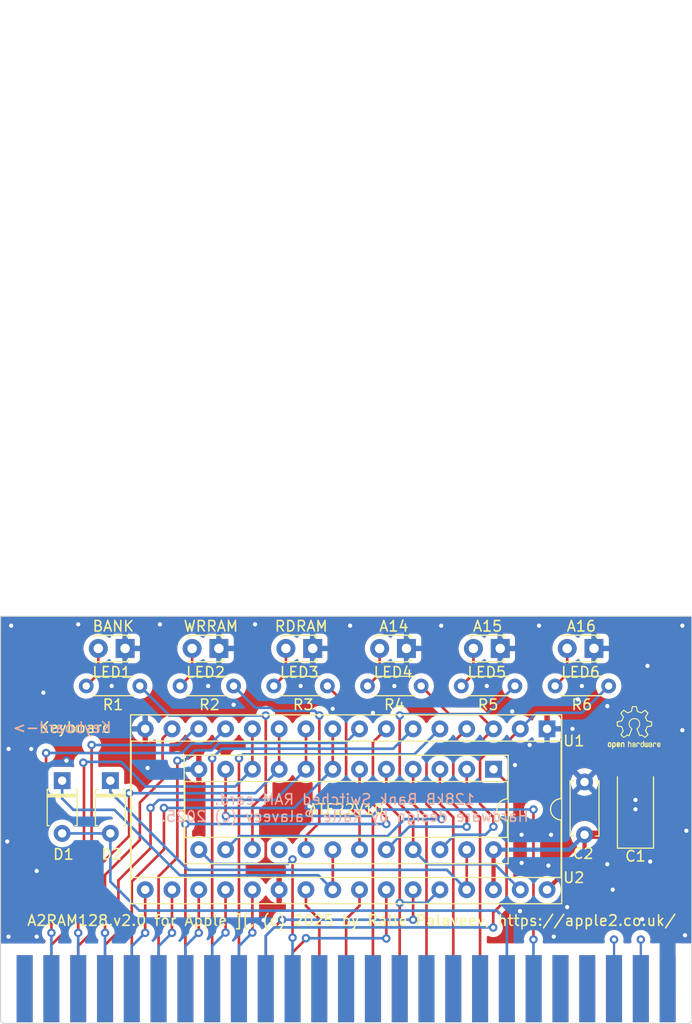
<source format=kicad_pcb>
(kicad_pcb (version 20240108) (generator "pcbnew") (generator_version "8.0")
  (title_block (title "A2RAM128.v2.0"))
  (layers (0 "F.Cu" signal) (31 "B.Cu" signal) (34 "B.Paste" user) (35 "F.Paste" user) (36 "B.SilkS" user "B.Silkscreen") (37 "F.SilkS" user "F.Silkscreen") (38 "B.Mask" user) (39 "F.Mask" user) (44 "Edge.Cuts" user))
  (net 0 "")
  (net 1 "GND")
  (net 2 "5V")
  (net 3 "PHI0")
  (net 4 "RW")
  (net 5 "Reset")
  (net 6 "IOStr")
  (net 7 "IOSel")
  (net 8 "DevSel")
  (net 9 "IRQ")
  (net 10 "A10")
  (net 11 "A11")
  (net 12 "D0")
  (net 13 "A0")
  (net 14 "D1")
  (net 15 "D2")
  (net 16 "D3")
  (net 17 "A1")
  (net 18 "A2")
  (net 19 "A3")
  (net 20 "D4")
  (net 21 "A4")
  (net 22 "D7")
  (net 23 "A7")
  (net 24 "A8")
  (net 25 "A9")
  (net 26 "A6")
  (net 27 "A5")
  (net 28 "D5")
  (net 29 "D6")
  (net 30 "PHI1")
  (net 31 "INH")
  (net 32 "A12")
  (net 33 "A13")
  (net 34 "A14")
  (net 35 "A15")
  (net 36 "WE")
  (net 37 "OE")
  (net 38 "RA15")
  (net 39 "RA12")
  (net 40 "RA14")
  (net 41 "RA16")
  (net 42 "BANK")
  (net 43 "WRRAM")
  (net 44 "RDRAM")
  (net 45 "PWRIT")
  (footprint "" (layer "F.Cu") (at 135.89 128.755403)
    (property "Reference" "")
    (property "Value" "")
  )
  (footprint "LED_THT:LED_D1.8mm_W3.3mm_H2.4mm" (layer "F.Cu") (at 139.07 96.52 180)
    (property "Reference" "LED4")
    (property "Value" "LED_D1.8mm_W3.3mm_H2.4mm" (hide yes))
  )
  (footprint "" (layer "F.Cu") (at 133.35 128.755403)
    (property "Reference" "")
    (property "Value" "")
  )
  (footprint "" (layer "F.Cu") (at 156.21 128.755403)
    (property "Reference" "")
    (property "Value" "")
  )
  (footprint "" (layer "F.Cu") (at 153.67 128.755403)
    (property "Reference" "")
    (property "Value" "")
  )
  (footprint "Resistor_THT:R_Axial_DIN0204_L3.6mm_D1.6mm_P5.08mm_Horizontal" (layer "F.Cu") (at 144.272 100.076)
    (property "Reference" "R5")
    (property "Value" "1k" (hide yes))
  )
  (footprint "" (layer "F.Cu") (at 135.89 128.755403)
    (property "Reference" "")
    (property "Value" "")
  )
  (footprint "" (layer "F.Cu") (at 161.29 128.755403)
    (property "Reference" "")
    (property "Value" "")
  )
  (footprint "" (layer "F.Cu") (at 148.59 128.755403)
    (property "Reference" "")
    (property "Value" "")
  )
  (footprint "" (layer "F.Cu") (at 113.03 128.755403)
    (property "Reference" "")
    (property "Value" "")
  )
  (footprint "" (layer "F.Cu") (at 156.21 128.755403)
    (property "Reference" "")
    (property "Value" "")
  )
  (footprint "" (layer "F.Cu") (at 102.87 128.755403)
    (property "Reference" "")
    (property "Value" "")
  )
  (footprint "" (layer "F.Cu") (at 105.41 128.755403)
    (property "Reference" "")
    (property "Value" "")
  )
  (footprint "" (layer "F.Cu") (at 128.27 128.755403)
    (property "Reference" "")
    (property "Value" "")
  )
  (footprint "" (layer "F.Cu") (at 140.97 128.755403)
    (property "Reference" "")
    (property "Value" "")
  )
  (footprint "Resistor_THT:R_Axial_DIN0204_L3.6mm_D1.6mm_P5.08mm_Horizontal" (layer "F.Cu") (at 108.712 100.076)
    (property "Reference" "R1")
    (property "Value" "1k" (hide yes))
  )
  (footprint "" (layer "F.Cu") (at 138.43 128.755403)
    (property "Reference" "")
    (property "Value" "")
  )
  (footprint "" (layer "F.Cu") (at 113.03 128.755403)
    (property "Reference" "")
    (property "Value" "")
  )
  (footprint "Diode_THT:D_T-1_P5.08mm_Horizontal" (layer "F.Cu") (at 110.998 109.0422 -90)
    (property "Reference" "D2")
    (property "Value" "D_T-1_P5.08mm_Horizontal" (hide yes))
  )
  (footprint "" (layer "F.Cu") (at 125.73 128.755403)
    (property "Reference" "")
    (property "Value" "")
  )
  (footprint "" (layer "F.Cu") (at 151.13 128.755403)
    (property "Reference" "")
    (property "Value" "")
  )
  (footprint "Diode_THT:D_T-1_P5.08mm_Horizontal" (layer "F.Cu") (at 106.426 109.046 -90)
    (property "Reference" "D1")
    (property "Value" "D_T-1_P5.08mm_Horizontal" (hide yes))
  )
  (footprint "" (layer "F.Cu") (at 130.81 128.755403)
    (property "Reference" "")
    (property "Value" "")
  )
  (footprint "LED_THT:LED_D1.8mm_W3.3mm_H2.4mm" (layer "F.Cu") (at 147.96 96.52 180)
    (property "Reference" "LED5")
    (property "Value" "LED_D1.8mm_W3.3mm_H2.4mm" (hide yes))
  )
  (footprint "" (layer "F.Cu") (at 125.73 128.755403)
    (property "Reference" "")
    (property "Value" "")
  )
  (footprint "" (layer "F.Cu") (at 143.51 128.755403)
    (property "Reference" "")
    (property "Value" "")
  )
  (footprint "" (layer "F.Cu") (at 107.95 128.755403)
    (property "Reference" "")
    (property "Value" "")
  )
  (footprint "" (layer "F.Cu") (at 115.57 128.755403)
    (property "Reference" "")
    (property "Value" "")
  )
  (footprint "Package_DIP:DIP-24_W7.62mm_Socket" (layer "F.Cu") (at 147.325 107.965 -90)
    (property "Reference" "U2")
    (property "Value" "DIP-24_W7.62mm_Socket" (hide yes))
  )
  (footprint "" (layer "F.Cu") (at 146.05 128.755403)
    (property "Reference" "")
    (property "Value" "")
  )
  (footprint "" (layer "F.Cu") (at 163.83 128.755403)
    (property "Reference" "")
    (property "Value" "")
  )
  (footprint "" (layer "F.Cu") (at 123.19 128.755403)
    (property "Reference" "")
    (property "Value" "")
  )
  (footprint "LED_THT:LED_D1.8mm_W3.3mm_H2.4mm" (layer "F.Cu") (at 130.18 96.52 180)
    (property "Reference" "LED3")
    (property "Value" "LED_D1.8mm_W3.3mm_H2.4mm" (hide yes))
  )
  (footprint "" (layer "F.Cu") (at 148.59 128.755403)
    (property "Reference" "")
    (property "Value" "")
  )
  (footprint "" (layer "F.Cu") (at 128.27 128.755403)
    (property "Reference" "")
    (property "Value" "")
  )
  (footprint "" (layer "F.Cu") (at 153.67 128.755403)
    (property "Reference" "")
    (property "Value" "")
  )
  (footprint "Capacitor_Tantalum_SMD:CP_EIA-6032-15_Kemet-U" (layer "F.Cu") (at 160.782 111.6825 90)
    (property "Reference" "C1")
    (property "Value" "220uF")
  )
  (footprint "Resistor_THT:R_Axial_DIN0204_L3.6mm_D1.6mm_P5.08mm_Horizontal" (layer "F.Cu") (at 126.492 100.076)
    (property "Reference" "R3")
    (property "Value" "1k" (hide yes))
  )
  (footprint "Resistor_THT:R_Axial_DIN0204_L3.6mm_D1.6mm_P5.08mm_Horizontal" (layer "F.Cu") (at 117.602 100.076)
    (property "Reference" "R2")
    (property "Value" "1k" (hide yes))
  )
  (footprint "" (layer "F.Cu") (at 110.49 128.755403)
    (property "Reference" "")
    (property "Value" "")
  )
  (footprint "" (layer "F.Cu") (at 140.97 128.755403)
    (property "Reference" "")
    (property "Value" "")
  )
  (footprint "LED_THT:LED_D1.8mm_W3.3mm_H2.4mm" (layer "F.Cu") (at 112.395 96.52 180)
    (property "Reference" "LED1")
    (property "Value" "LED_D1.8mm_W3.3mm_H2.4mm" (hide yes))
  )
  (footprint "" (layer "F.Cu") (at 130.81 128.755403)
    (property "Reference" "")
    (property "Value" "")
  )
  (footprint "" (layer "F.Cu") (at 102.87 128.755403)
    (property "Reference" "")
    (property "Value" "")
  )
  (footprint "" (layer "F.Cu") (at 105.41 128.755403)
    (property "Reference" "")
    (property "Value" "")
  )
  (footprint "" (layer "F.Cu") (at 146.05 128.755403)
    (property "Reference" "")
    (property "Value" "")
  )
  (footprint "" (layer "F.Cu") (at 138.43 128.755403)
    (property "Reference" "")
    (property "Value" "")
  )
  (footprint "" (layer "F.Cu") (at 118.11 128.755403)
    (property "Reference" "")
    (property "Value" "")
  )
  (footprint "" (layer "F.Cu") (at 115.57 128.755403)
    (property "Reference" "")
    (property "Value" "")
  )
  (footprint "Resistor_THT:R_Axial_DIN0204_L3.6mm_D1.6mm_P5.08mm_Horizontal" (layer "F.Cu") (at 135.382 100.076)
    (property "Reference" "R4")
    (property "Value" "1k" (hide yes))
  )
  (footprint "Capacitor_THT:C_Disc_D5.0mm_W2.5mm_P5.00mm" (layer "F.Cu") (at 155.956 114.173 90)
    (property "Reference" "C2")
    (property "Value" "100n")
  )
  (footprint "" (layer "F.Cu") (at 158.75 128.755403)
    (property "Reference" "")
    (property "Value" "")
  )
  (footprint "" (layer "F.Cu") (at 110.49 128.755403)
    (property "Reference" "")
    (property "Value" "")
  )
  (footprint "OH:OH" (layer "F.Cu") (at 160.655 104.013)
    (property "Reference" "G***" (hide yes))
    (property "Value" "LOGO" (hide yes))
  )
  (footprint "" (layer "F.Cu") (at 161.29 128.755403)
    (property "Reference" "")
    (property "Value" "")
  )
  (footprint "" (layer "F.Cu") (at 120.65 128.755403)
    (property "Reference" "")
    (property "Value" "")
  )
  (footprint "" (layer "F.Cu") (at 123.19 128.755403)
    (property "Reference" "")
    (property "Value" "")
  )
  (footprint "" (layer "F.Cu") (at 151.13 128.755403)
    (property "Reference" "")
    (property "Value" "")
  )
  (footprint "" (layer "F.Cu") (at 107.95 128.755403)
    (property "Reference" "")
    (property "Value" "")
  )
  (footprint "" (layer "F.Cu") (at 143.51 128.755403)
    (property "Reference" "")
    (property "Value" "")
  )
  (footprint "LED_THT:LED_D1.8mm_W3.3mm_H2.4mm" (layer "F.Cu") (at 121.29 96.52 180)
    (property "Reference" "LED2")
    (property "Value" "LED_D1.8mm_W3.3mm_H2.4mm" (hide yes))
  )
  (footprint "" (layer "F.Cu") (at 133.35 128.755403)
    (property "Reference" "")
    (property "Value" "")
  )
  (footprint "" (layer "F.Cu") (at 158.75 128.755403)
    (property "Reference" "")
    (property "Value" "")
  )
  (footprint "Package_DIP:DIP-32_W15.24mm_Socket" (layer "F.Cu") (at 152.4 104.14 -90)
    (property "Reference" "U1")
    (property "Value" "DIP-32_W15.24mm_Socket" (hide yes))
  )
  (footprint "Resistor_THT:R_Axial_DIN0204_L3.6mm_D1.6mm_P5.08mm_Horizontal" (layer "F.Cu") (at 153.162 100.076)
    (property "Reference" "R6")
    (property "Value" "1k" (hide yes))
  )
  (footprint "" (layer "F.Cu") (at 118.11 128.755403)
    (property "Reference" "")
    (property "Value" "")
  )
  (footprint "" (layer "F.Cu") (at 163.83 128.755403)
    (property "Reference" "")
    (property "Value" "")
  )
  (footprint "" (layer "F.Cu") (at 120.65 128.755403)
    (property "Reference" "")
    (property "Value" "")
  )
  (footprint "LED_THT:LED_D1.8mm_W3.3mm_H2.4mm" (layer "F.Cu") (at 156.85 96.52 180)
    (property "Reference" "LED6")
    (property "Value" "LED_D1.8mm_W3.3mm_H2.4mm" (hide yes))
  )
  (gr_line (start 166.116 131.797796) (end 166.116 124.655196) (stroke (width 0.1)) (layer "Edge.Cuts"))
  (gr_line (start 100.584 131.797796) (end 100.838 132.046596) (stroke (width 0.1)) (layer "Edge.Cuts"))
  (gr_line (start 100.584 124.680596) (end 100.584 93.472) (stroke (width 0.1)) (layer "Edge.Cuts"))
  (gr_line (start 165.862 132.057403) (end 166.116 131.797796) (stroke (width 0.1)) (layer "Edge.Cuts"))
  (gr_line (start 100.838 132.046596) (end 165.862 132.057403) (stroke (width 0.1)) (layer "Edge.Cuts"))
  (gr_line (start 138.516 35.096) (end 138.516 35.096) (stroke (width 0.05)) (layer "Edge.Cuts"))
  (gr_line (start 166.116 93.472) (end 100.584 93.472) (stroke (width 0.1)) (layer "Edge.Cuts"))
  (gr_line (start 100.584 131.797796) (end 100.584 124.680596) (stroke (width 0.1)) (layer "Edge.Cuts"))
  (gr_line (start 166.116 124.655196) (end 166.116 93.472) (stroke (width 0.1)) (layer "Edge.Cuts"))
  (gr_text "Keyboard->" (at 106.426 104.013 0) (layer "B.SilkS") (effects (font (size 1 1)) (justify mirror)))
  (gr_text "128kB Bank Switched RAM card.\nHardware design by Ralle Palaveev (c) 2025.\n" (at 133.223 111.633 0) (layer "B.SilkS") (effects (font (size 1 1)) (justify mirror)))
  (gr_text "A16" (at 154.178 94.996 0) (layer "F.SilkS") (effects (font (size 1 1)) (justify left bottom)))
  (gr_text "WRRAM" (at 117.856 94.996 0) (layer "F.SilkS") (effects (font (size 1 1)) (justify left bottom)))
  (gr_text "" (at 140.97 128.755403 0) (layer "F.SilkS") (effects (font (size 1.27 1.27))))
  (gr_text "RDRAM" (at 126.492 94.996 0) (layer "F.SilkS") (effects (font (size 1 1)) (justify left bottom)))
  (gr_text "" (at 140.97 128.755403 0) (layer "F.SilkS") (effects (font (size 1.27 1.27))))
  (gr_text "A2RAM128.v2.0 for Apple ][, (c) 2025 by Ralle Palaveev, https://apple2.co.uk/" (at 133.858 122.301 0) (layer "F.SilkS") (effects (font (size 1 1))))
  (gr_text "BANK" (at 109.22 94.996 0) (layer "F.SilkS") (effects (font (size 1 1)) (justify left bottom)))
  (gr_text "A15" (at 145.288 94.996 0) (layer "F.SilkS") (effects (font (size 1 1)) (justify left bottom)))
  (gr_text "A14" (at 136.398 94.996 0) (layer "F.SilkS") (effects (font (size 1 1)) (justify left bottom)))
  (gr_text "<-Keyboard" (at 106.426 104.013 0) (layer "F.SilkS") (effects (font (size 1 1))))
  (segment (start 144.272 100.076) (end 145.42 98.928) (width 0.25) (layer "F.Cu") (net 0))
  (segment (start 109.855 98.933) (end 109.855 96.52) (width 0.25) (layer "F.Cu") (net 0))
  (segment (start 117.602 100.076) (end 118.75 98.928) (width 0.25) (layer "F.Cu") (net 0))
  (segment (start 118.75 98.928) (end 118.75 96.52) (width 0.25) (layer "F.Cu") (net 0))
  (segment (start 127.64 98.928) (end 127.64 96.52) (width 0.25) (layer "F.Cu") (net 0))
  (segment (start 145.42 98.928) (end 145.42 96.52) (width 0.25) (layer "F.Cu") (net 0))
  (segment (start 135.382 100.076) (end 136.53 98.928) (width 0.25) (layer "F.Cu") (net 0))
  (segment (start 136.53 98.928) (end 136.53 96.52) (width 0.25) (layer "F.Cu") (net 0))
  (segment (start 153.162 100.076) (end 154.31 98.928) (width 0.25) (layer "F.Cu") (net 0))
  (segment (start 158.75 124.101596) (end 158.75 128.501403) (width 0.2) (layer "F.Cu") (net 0))
  (segment (start 154.31 98.928) (end 154.31 96.52) (width 0.25) (layer "F.Cu") (net 0))
  (segment (start 161.29 124.101596) (end 161.29 128.501403) (width 0.2) (layer "F.Cu") (net 0))
  (segment (start 126.492 100.076) (end 127.64 98.928) (width 0.25) (layer "F.Cu") (net 0))
  (segment (start 108.712 100.076) (end 109.855 98.933) (width 0.25) (layer "F.Cu") (net 0))
  (via (at 158.75 124.101596) (size 0.8) (drill 0.4) (layers "F.Cu" "B.Cu") (net 0))
  (via (at 161.29 124.101596) (size 0.8) (drill 0.4) (layers "F.Cu" "B.Cu") (net 0))
  (segment (start 158.75 124.101596) (end 158.75 128.501403) (width 0.2) (layer "B.Cu") (net 0))
  (segment (start 161.29 124.101596) (end 161.29 128.501403) (width 0.2) (layer "B.Cu") (net 0))
  (segment (start 128.7272 111.4806) (end 129.8702 111.4806) (width 0.25) (layer "F.Cu") (net 1))
  (segment (start 125.5268 122.2756) (end 125.5268 122.1994) (width 0.25) (layer "F.Cu") (net 1))
  (segment (start 127 119.38) (end 127 117.856) (width 0.25) (layer "F.Cu") (net 1))
  (segment (start 127.005 119.375) (end 127 119.38) (width 0.25) (layer "F.Cu") (net 1))
  (segment (start 127 117.856) (end 125.73 116.586) (width 0.25) (layer "F.Cu") (net 1))
  (segment (start 125.73 116.586) (end 125.73 114.4778) (width 0.25) (layer "F.Cu") (net 1))
  (segment (start 125.73 114.4778) (end 128.7272 111.4806) (width 0.25) (layer "F.Cu") (net 1))
  (segment (start 160.782 109.22) (end 160.782 110.871) (width 0.25) (layer "F.Cu") (net 1))
  (segment (start 125.5268 122.1994) (end 127 120.7262) (width 0.25) (layer "F.Cu") (net 1))
  (segment (start 127 120.7262) (end 127 119.38) (width 0.25) (layer "F.Cu") (net 1))
  (via (at 154.813 104.14) (size 0.8) (drill 0.4) (layers "F.Cu" "B.Cu") (net 1))
  (via (at 165.481 123.698) (size 0.8) (drill 0.4) (layers "F.Cu" "B.Cu") (net 1))
  (via (at 111.125 100.076) (size 0.8) (drill 0.4) (layers "F.Cu" "B.Cu") (net 1))
  (via (at 124.714 94.234) (size 0.8) (drill 0.4) (layers "F.Cu" "B.Cu") (net 1))
  (via (at 151.638 94.361) (size 0.8) (drill 0.4) (layers "F.Cu" "B.Cu") (net 1))
  (via (at 165.227 104.267) (size 0.8) (drill 0.4) (layers "F.Cu" "B.Cu") (net 1))
  (via (at 161.417 122.174) (size 0.8) (drill 0.4) (layers "F.Cu" "B.Cu") (net 1))
  (via (at 162.179 116.713) (size 0.8) (drill 0.4) (layers "F.Cu" "B.Cu") (net 1))
  (via (at 107.95 94.234) (size 0.8) (drill 0.4) (layers "F.Cu" "B.Cu") (net 1))
  (via (at 129.032 100.076) (size 0.8) (drill 0.4) (layers "F.Cu" "B.Cu") (net 1))
  (via (at 149.352 107.569) (size 0.8) (drill 0.4) (layers "F.Cu" "B.Cu") (net 1))
  (via (at 149.987 116.84) (size 0.8) (drill 0.4) (layers "F.Cu" "B.Cu") (net 1))
  (via (at 133.731 94.361) (size 0.8) (drill 0.4) (layers "F.Cu" "B.Cu") (net 1))
  (via (at 149.8346 121.412) (size 0.8) (drill 0.4) (layers "F.Cu" "B.Cu") (net 1))
  (via (at 106.8324 107.151) (size 0.8) (drill 0.4) (layers "F.Cu" "B.Cu") (net 1))
  (via (at 101.6 94.361) (size 0.8) (drill 0.4) (layers "F.Cu" "B.Cu") (net 1))
  (via (at 165.608 113.792) (size 0.8) (drill 0.4) (layers "F.Cu" "B.Cu") (net 1))
  (via (at 142.367 94.361) (size 0.8) (drill 0.4) (layers "F.Cu" "B.Cu") (net 1))
  (via (at 104.013 123.825) (size 0.8) (drill 0.4) (layers "F.Cu" "B.Cu") (net 1))
  (via (at 150.749 105.664) (size 0.8) (drill 0.4) (layers "F.Cu" "B.Cu") (net 1))
  (via (at 146.685 100.076) (size 0.8) (drill 0.4) (layers "F.Cu" "B.Cu") (net 1))
  (via (at 132.08 102.235) (size 0.8) (drill 0.4) (layers "F.Cu" "B.Cu") (net 1))
  (via (at 101.346 123.825) (size 0.8) (drill 0.4) (layers "F.Cu" "B.Cu") (net 1))
  (via (at 165.227 94.361) (size 0.8) (drill 0.4) (layers "F.Cu" "B.Cu") (net 1))
  (via (at 153.035 123.825) (size 0.8) (drill 0.4) (layers "F.Cu" "B.Cu") (net 1))
  (via (at 103.505 106.045) (size 0.8) (drill 0.4) (layers "F.Cu" "B.Cu") (net 1))
  (via (at 104.648 100.711) (size 0.8) (drill 0.4) (layers "F.Cu" "B.Cu") (net 1))
  (via (at 114.5286 107.8484) (size 0.8) (drill 0.4) (layers "F.Cu" "B.Cu") (net 1))
  (via (at 135.89 102.616) (size 0.8) (drill 0.4) (layers "F.Cu" "B.Cu") (net 1))
  (via (at 101.346 106.045) (size 0.8) (drill 0.4) (layers "F.Cu" "B.Cu") (net 1))
  (via (at 149.098 102.489) (size 0.8) (drill 0.4) (layers "F.Cu" "B.Cu") (net 1))
  (via (at 101.219 114.808) (size 0.8) (drill 0.4) (layers "F.Cu" "B.Cu") (net 1))
  (via (at 137.922 100.076) (size 0.8) (drill 0.4) (layers "F.Cu" "B.Cu") (net 1))
  (via (at 158.623 119.38) (size 0.8) (drill 0.4) (layers "F.Cu" "B.Cu") (net 1))
  (via (at 161.925 98.171) (size 0.8) (drill 0.4) (layers "F.Cu" "B.Cu") (net 1))
  (via (at 160.782 111.76) (size 0.8) (drill 0.4) (layers "F.Cu" "B.Cu") (net 1))
  (via (at 155.321 101.346) (size 0.8) (drill 0.4) (layers "F.Cu" "B.Cu") (net 1))
  (via (at 104.013 117.602) (size 0.8) (drill 0.4) (layers "F.Cu" "B.Cu") (net 1))
  (via (at 129.8702 111.4806) (size 0.8) (drill 0.4) (layers "F.Cu" "B.Cu") (net 1))
  (via (at 158.115 101.981) (size 0.8) (drill 0.4) (layers "F.Cu" "B.Cu") (net 1))
  (via (at 122.682 101.854) (size 0.8) (drill 0.4) (layers "F.Cu" "B.Cu") (net 1))
  (via (at 158.115 116.967) (size 0.8) (drill 0.4) (layers "F.Cu" "B.Cu") (net 1))
  (via (at 125.5268 122.2756) (size 0.8) (drill 0.4) (layers "F.Cu" "B.Cu") (net 1))
  (via (at 115.697 94.234) (size 0.8) (drill 0.4) (layers "F.Cu" "B.Cu") (net 1))
  (via (at 155.702 100.076) (size 0.8) (drill 0.4) (layers "F.Cu" "B.Cu") (net 1))
  (via (at 154.305 121.031) (size 0.8) (drill 0.4) (layers "F.Cu" "B.Cu") (net 1))
  (via (at 152.781 114.173) (size 0.8) (drill 0.4) (layers "F.Cu" "B.Cu") (net 1))
  (via (at 160.782 110.871) (size 0.8) (drill 0.4) (layers "F.Cu" "B.Cu") (net 1))
  (via (at 120.269 100.076) (size 0.8) (drill 0.4) (layers "F.Cu" "B.Cu") (net 1))
  (via (at 152.527 117.094) (size 0.8) (drill 0.4) (layers "F.Cu" "B.Cu") (net 1))
  (via (at 149.987 114.173) (size 0.8) (drill 0.4) (layers "F.Cu" "B.Cu") (net 1))
  (segment (start 161.544 111.76) (end 163.83 114.046) (width 0.25) (layer "B.Cu") (net 1))
  (segment (start 104.3178 122.2756) (end 104.013 122.5804) (width 0.25) (layer "B.Cu") (net 1))
  (segment (start 104.013 122.5804) (end 104.013 123.825) (width 0.25) (layer "B.Cu") (net 1))
  (segment (start 160.782 111.76) (end 161.544 111.76) (width 0.25) (layer "B.Cu") (net 1))
  (segment (start 160.782 110.871) (end 160.782 111.76) (width 0.25) (layer "B.Cu") (net 1))
  (segment (start 125.5268 122.2756) (end 104.3178 122.2756) (width 0.25) (layer "B.Cu") (net 1))
  (segment (start 163.83 114.046) (end 163.83 128.744596) (width 1.5) (layer "B.Cu") (net 1))
  (segment (start 119.385 107.965) (end 114.6452 107.965) (width 0.25) (layer "B.Cu") (net 1))
  (segment (start 114.6452 107.965) (end 114.5286 107.8484) (width 0.25) (layer "B.Cu") (net 1))
  (segment (start 155.956 114.173) (end 155.956 115.824) (width 0.4) (layer "F.Cu") (net 2))
  (segment (start 147.325 119.375) (end 147.32 119.38) (width 0.25) (layer "F.Cu") (net 2))
  (segment (start 163.83 114.046) (end 163.83 128.744596) (width 1.5) (layer "F.Cu") (net 2))
  (segment (start 155.956 115.824) (end 152.4 119.38) (width 0.4) (layer "F.Cu") (net 2))
  (segment (start 163.703 114.173) (end 163.83 114.046) (width 0.8) (layer "F.Cu") (net 2))
  (segment (start 147.325 115.585) (end 147.325 119.375) (width 0.4) (layer "F.Cu") (net 2))
  (segment (start 155.956 114.173) (end 163.703 114.173) (width 0.8) (layer "F.Cu") (net 2))
  (segment (start 147.325 115.585) (end 154.544 115.585) (width 0.4) (layer "B.Cu") (net 2))
  (segment (start 154.544 115.585) (end 155.956 114.173) (width 0.4) (layer "B.Cu") (net 2))
  (segment (start 128.27 116.5098) (end 128.27 123.9266) (width 0.25) (layer "F.Cu") (net 3))
  (via (at 128.27 123.9266) (size 0.8) (drill 0.4) (layers "F.Cu" "B.Cu") (net 3))
  (via (at 128.27 116.5098) (size 0.8) (drill 0.4) (layers "F.Cu" "B.Cu") (net 3))
  (segment (start 128.27 123.9266) (end 128.27 128.755403) (width 0.25) (layer "B.Cu") (net 3))
  (segment (start 120.7416 116.9416) (end 119.385 115.585) (width 0.25) (layer "B.Cu") (net 3))
  (segment (start 128.27 116.5098) (end 127.8382 116.9416) (width 0.25) (layer "B.Cu") (net 3))
  (segment (start 127.8382 116.9416) (end 120.7416 116.9416) (width 0.25) (layer "B.Cu") (net 3))
  (segment (start 146.05 112.522) (end 146.05 131.275661) (width 0.25) (layer "F.Cu") (net 4))
  (segment (start 144.785 107.965) (end 144.785 111.257) (width 0.25) (layer "F.Cu") (net 4))
  (segment (start 144.785 111.257) (end 146.05 112.522) (width 0.25) (layer "F.Cu") (net 4))
  (segment (start 151.110258 111.720258) (end 151.110258 111.7854) (width 0.25) (layer "F.Cu") (net 5))
  (segment (start 151.110258 111.7854) (end 151.110258 124.101596) (width 0.25) (layer "F.Cu") (net 5))
  (segment (start 121.925 112.3746) (end 121.925 107.965) (width 0.25) (layer "F.Cu") (net 5))
  (segment (start 121.9454 112.395) (end 121.925 112.3746) (width 0.25) (layer "F.Cu") (net 5))
  (via (at 121.9454 112.395) (size 0.8) (drill 0.4) (layers "F.Cu" "B.Cu") (net 5))
  (via (at 151.110258 124.101596) (size 0.8) (drill 0.4) (layers "F.Cu" "B.Cu") (net 5))
  (via (at 151.110258 111.7854) (size 0.8) (drill 0.4) (layers "F.Cu" "B.Cu") (net 5))
  (segment (start 151.110258 111.7854) (end 136.4234 111.7854) (width 0.25) (layer "B.Cu") (net 5))
  (segment (start 151.110258 124.101596) (end 151.110258 129.126403) (width 0.25) (layer "B.Cu") (net 5))
  (segment (start 136.4234 111.7854) (end 135.8138 112.395) (width 0.25) (layer "B.Cu") (net 5))
  (segment (start 135.8138 112.395) (end 121.9454 112.395) (width 0.25) (layer "B.Cu") (net 5))
  (segment (start 147.325 107.965) (end 147.34 107.95) (width 0.25) (layer "F.Cu") (net 8))
  (segment (start 148.5646 109.2046) (end 147.325 107.965) (width 0.25) (layer "F.Cu") (net 8))
  (segment (start 147.2946 121.5644) (end 148.5646 120.2944) (width 0.25) (layer "F.Cu") (net 8))
  (segment (start 147.2946 122.9614) (end 147.2946 121.5644) (width 0.25) (layer "F.Cu") (net 8))
  (segment (start 148.5646 120.2944) (end 148.5646 109.2046) (width 0.25) (layer "F.Cu") (net 8))
  (via (at 147.2946 122.9614) (size 0.8) (drill 0.4) (layers "F.Cu" "B.Cu") (net 8))
  (segment (start 125.73 123.7488) (end 125.73 128.755403) (width 0.25) (layer "B.Cu") (net 8))
  (segment (start 126.5268 122.952) (end 125.73 123.7488) (width 0.25) (layer "B.Cu") (net 8))
  (segment (start 147.2852 122.952) (end 126.5268 122.952) (width 0.25) (layer "B.Cu") (net 8))
  (segment (start 147.2946 122.9614) (end 147.2852 122.952) (width 0.25) (layer "B.Cu") (net 8))
  (segment (start 129.54 120.904) (end 129.54 119.38) (width 0.25) (layer "F.Cu") (net 10))
  (segment (start 130.81 128.755403) (end 130.81 122.174) (width 0.25) (layer "F.Cu") (net 10))
  (segment (start 130.81 122.174) (end 129.54 120.904) (width 0.25) (layer "F.Cu") (net 10))
  (segment (start 134.62 120.904) (end 134.62 119.38) (width 0.25) (layer "F.Cu") (net 11))
  (segment (start 133.35 128.755403) (end 133.35 122.174) (width 0.25) (layer "F.Cu") (net 11))
  (segment (start 133.35 122.174) (end 134.62 120.904) (width 0.25) (layer "F.Cu") (net 11))
  (segment (start 104.902 116.459) (end 105.41 116.967) (width 0.25) (layer "F.Cu") (net 12))
  (segment (start 105.41 116.967) (end 105.41 123.466596) (width 0.25) (layer "F.Cu") (net 12))
  (segment (start 104.902 106.426) (end 104.902 116.459) (width 0.25) (layer "F.Cu") (net 12))
  (via (at 105.41 123.466596) (size 0.8) (drill 0.4) (layers "F.Cu" "B.Cu") (net 12))
  (via (at 104.902 106.426) (size 0.8) (drill 0.4) (layers "F.Cu" "B.Cu") (net 12))
  (segment (start 105.41 128.755403) (end 105.41 123.466596) (width 0.25) (layer "B.Cu") (net 12))
  (segment (start 118.6815 105.537) (end 120.523 105.537) (width 0.25) (layer "B.Cu") (net 12))
  (segment (start 117.7925 106.426) (end 118.6815 105.537) (width 0.25) (layer "B.Cu") (net 12))
  (segment (start 120.523 105.537) (end 121.92 104.14) (width 0.25) (layer "B.Cu") (net 12))
  (segment (start 104.902 106.426) (end 117.7925 106.426) (width 0.25) (layer "B.Cu") (net 12))
  (segment (start 124.46 104.14) (end 124.46 107.96) (width 0.25) (layer "F.Cu") (net 13))
  (segment (start 105.41 124.609596) (end 105.41 128.755403) (width 0.25) (layer "F.Cu") (net 13))
  (segment (start 106.68 117.094) (end 106.68 123.339596) (width 0.25) (layer "F.Cu") (net 13))
  (segment (start 124.46 107.96) (end 124.465 107.965) (width 0.25) (layer "F.Cu") (net 13))
  (segment (start 106.68 123.339596) (end 105.41 124.609596) (width 0.25) (layer "F.Cu") (net 13))
  (segment (start 108.4955 115.2785) (end 106.68 117.094) (width 0.25) (layer "F.Cu") (net 13))
  (segment (start 108.4326 107.3404) (end 108.4955 107.4033) (width 0.25) (layer "F.Cu") (net 13))
  (segment (start 108.4955 107.4033) (end 108.4955 115.2785) (width 0.25) (layer "F.Cu") (net 13))
  (via (at 108.4326 107.3404) (size 0.8) (drill 0.4) (layers "F.Cu" "B.Cu") (net 13))
  (segment (start 112.014 107.2642) (end 114.3508 109.601) (width 0.25) (layer "B.Cu") (net 13))
  (segment (start 108.7522 107.2642) (end 112.014 107.2642) (width 0.25) (layer "B.Cu") (net 13))
  (segment (start 122.829 109.601) (end 124.465 107.965) (width 0.25) (layer "B.Cu") (net 13))
  (segment (start 114.3508 109.601) (end 122.829 109.601) (width 0.25) (layer "B.Cu") (net 13))
  (segment (start 108.4326 107.3404) (end 108.676 107.3404) (width 0.25) (layer "B.Cu") (net 13))
  (segment (start 108.676 107.3404) (end 108.7522 107.2642) (width 0.25) (layer "B.Cu") (net 13))
  (segment (start 109.22 105.664) (end 109.22 116.078) (width 0.25) (layer "F.Cu") (net 14))
  (segment (start 107.95 117.348) (end 107.95 123.466596) (width 0.25) (layer "F.Cu") (net 14))
  (segment (start 109.22 116.078) (end 107.95 117.348) (width 0.25) (layer "F.Cu") (net 14))
  (via (at 107.95 123.466596) (size 0.8) (drill 0.4) (layers "F.Cu" "B.Cu") (net 14))
  (via (at 109.22 105.664) (size 0.8) (drill 0.4) (layers "F.Cu" "B.Cu") (net 14))
  (segment (start 118.997604 104.14) (end 119.38 104.14) (width 0.25) (layer "B.Cu") (net 14))
  (segment (start 109.22 105.664) (end 117.473604 105.664) (width 0.25) (layer "B.Cu") (net 14))
  (segment (start 107.95 123.466596) (end 107.95 128.755403) (width 0.25) (layer "B.Cu") (net 14))
  (segment (start 117.473604 105.664) (end 118.997604 104.14) (width 0.25) (layer "B.Cu") (net 14))
  (segment (start 110.49 123.466596) (end 110.49 117.983) (width 0.25) (layer "F.Cu") (net 15))
  (segment (start 115.951 105.029) (end 116.84 104.14) (width 0.25) (layer "F.Cu") (net 15))
  (segment (start 113.792 114.681) (end 113.792 111.125) (width 0.25) (layer "F.Cu") (net 15))
  (segment (start 115.951 108.966) (end 115.951 105.029) (width 0.25) (layer "F.Cu") (net 15))
  (segment (start 113.792 111.125) (end 115.951 108.966) (width 0.25) (layer "F.Cu") (net 15))
  (segment (start 110.49 117.983) (end 113.792 114.681) (width 0.25) (layer "F.Cu") (net 15))
  (via (at 110.49 123.466596) (size 0.8) (drill 0.4) (layers "F.Cu" "B.Cu") (net 15))
  (segment (start 110.49 123.466596) (end 110.49 128.989661) (width 0.25) (layer "B.Cu") (net 15))
  (segment (start 114.3 123.466596) (end 114.3 119.38) (width 0.25) (layer "F.Cu") (net 16))
  (via (at 114.3 123.466596) (size 0.8) (drill 0.4) (layers "F.Cu" "B.Cu") (net 16))
  (segment (start 114.3 123.466596) (end 113.03 124.736596) (width 0.25) (layer "B.Cu") (net 16))
  (segment (start 113.03 124.736596) (end 113.03 128.989661) (width 0.25) (layer "B.Cu") (net 16))
  (segment (start 109.22 117.856) (end 109.22 123.444) (width 0.25) (layer "F.Cu") (net 17))
  (segment (start 107.95 124.673096) (end 107.95 128.755403) (width 0.25) (layer "F.Cu") (net 17))
  (segment (start 109.22 123.444) (end 107.990904 124.673096) (width 0.25) (layer "F.Cu") (net 17))
  (segment (start 112.776 114.3) (end 109.22 117.856) (width 0.25) (layer "F.Cu") (net 17))
  (segment (start 127 104.14) (end 127 107.96) (width 0.25) (layer "F.Cu") (net 17))
  (segment (start 112.776 110.236) (end 112.776 114.3) (width 0.25) (layer "F.Cu") (net 17))
  (segment (start 107.990904 124.673096) (end 107.95 124.673096) (width 0.25) (layer "F.Cu") (net 17))
  (segment (start 127 107.96) (end 127.005 107.965) (width 0.25) (layer "F.Cu") (net 17))
  (via (at 112.776 110.236) (size 0.8) (drill 0.4) (layers "F.Cu" "B.Cu") (net 17))
  (segment (start 124.734 110.236) (end 127.005 107.965) (width 0.25) (layer "B.Cu") (net 17))
  (segment (start 112.776 110.236) (end 124.734 110.236) (width 0.25) (layer "B.Cu") (net 17))
  (segment (start 110.49 124.609596) (end 110.49 128.755403) (width 0.25) (layer "F.Cu") (net 18))
  (segment (start 111.76 123.339596) (end 110.49 124.609596) (width 0.25) (layer "F.Cu") (net 18))
  (segment (start 111.76 118.491) (end 111.76 123.339596) (width 0.25) (layer "F.Cu") (net 18))
  (segment (start 114.808 111.633) (end 114.808 115.443) (width 0.25) (layer "F.Cu") (net 18))
  (segment (start 129.545 104.145) (end 129.54 104.14) (width 0.25) (layer "F.Cu") (net 18))
  (segment (start 129.545 107.965) (end 129.545 104.145) (width 0.25) (layer "F.Cu") (net 18))
  (segment (start 114.808 115.443) (end 111.76 118.491) (width 0.25) (layer "F.Cu") (net 18))
  (via (at 114.808 111.633) (size 0.8) (drill 0.4) (layers "F.Cu" "B.Cu") (net 18))
  (segment (start 114.808 111.633) (end 115.57 110.871) (width 0.25) (layer "B.Cu") (net 18))
  (segment (start 115.57 110.871) (end 126.639 110.871) (width 0.25) (layer "B.Cu") (net 18))
  (segment (start 126.639 110.871) (end 129.545 107.965) (width 0.25) (layer "B.Cu") (net 18))
  (segment (start 116.078 115.57) (end 113.03 118.618) (width 0.25) (layer "F.Cu") (net 19))
  (segment (start 113.03 118.618) (end 113.03 128.755403) (width 0.25) (layer "F.Cu") (net 19))
  (segment (start 132.08 107.96) (end 132.085 107.965) (width 0.25) (layer "F.Cu") (net 19))
  (segment (start 116.078 111.633) (end 116.078 115.57) (width 0.25) (layer "F.Cu") (net 19))
  (segment (start 132.08 104.14) (end 132.08 107.96) (width 0.25) (layer "F.Cu") (net 19))
  (via (at 116.078 111.633) (size 0.8) (drill 0.4) (layers "F.Cu" "B.Cu") (net 19))
  (segment (start 128.417 111.633) (end 132.085 107.965) (width 0.25) (layer "B.Cu") (net 19))
  (segment (start 116.078 111.633) (end 128.417 111.633) (width 0.25) (layer "B.Cu") (net 19))
  (segment (start 116.84 123.466596) (end 116.84 119.38) (width 0.25) (layer "F.Cu") (net 20))
  (via (at 116.84 123.466596) (size 0.8) (drill 0.4) (layers "F.Cu" "B.Cu") (net 20))
  (segment (start 115.57 124.736596) (end 115.57 128.989661) (width 0.25) (layer "B.Cu") (net 20))
  (segment (start 116.84 123.466596) (end 115.57 124.736596) (width 0.25) (layer "B.Cu") (net 20))
  (segment (start 117.348 107.1505) (end 117.348 116.332) (width 0.25) (layer "F.Cu") (net 21))
  (segment (start 115.57 118.11) (end 115.57 128.755403) (width 0.25) (layer "F.Cu") (net 21))
  (segment (start 117.348 116.332) (end 115.57 118.11) (width 0.25) (layer "F.Cu") (net 21))
  (via (at 117.348 107.1505) (size 0.8) (drill 0.4) (layers "F.Cu" "B.Cu") (net 21))
  (segment (start 118.0205 107.1505) (end 118.999 106.172) (width 0.25) (layer "B.Cu") (net 21))
  (segment (start 120.587198 106.172) (end 121.291198 105.468) (width 0.25) (layer "B.Cu") (net 21))
  (segment (start 133.292 105.468) (end 134.62 104.14) (width 0.25) (layer "B.Cu") (net 21))
  (segment (start 121.291198 105.468) (end 133.292 105.468) (width 0.25) (layer "B.Cu") (net 21))
  (segment (start 118.999 106.172) (end 120.587198 106.172) (width 0.25) (layer "B.Cu") (net 21))
  (segment (start 117.348 107.1505) (end 118.0205 107.1505) (width 0.25) (layer "B.Cu") (net 21))
  (segment (start 124.46 123.444) (end 124.46 119.38) (width 0.25) (layer "F.Cu") (net 22))
  (via (at 124.46 123.444) (size 0.8) (drill 0.4) (layers "F.Cu" "B.Cu") (net 22))
  (segment (start 124.46 123.444) (end 123.19 124.714) (width 0.25) (layer "B.Cu") (net 22))
  (segment (start 124.437404 123.466596) (end 124.46 123.444) (width 0.25) (layer "B.Cu") (net 22))
  (segment (start 123.19 124.714) (end 123.19 128.989661) (width 0.25) (layer "B.Cu") (net 22))
  (segment (start 123.19 106.934) (end 123.19 131.275661) (width 0.25) (layer "F.Cu") (net 23))
  (via (at 123.19 106.934) (size 0.8) (drill 0.4) (layers "F.Cu" "B.Cu") (net 23))
  (segment (start 139.827 106.553) (end 142.24 104.14) (width 0.25) (layer "B.Cu") (net 23))
  (segment (start 123.19 106.934) (end 123.571 106.553) (width 0.25) (layer "B.Cu") (net 23))
  (segment (start 123.571 106.553) (end 139.827 106.553) (width 0.25) (layer "B.Cu") (net 23))
  (segment (start 139.7 122.227) (end 139.7 119.38) (width 0.25) (layer "F.Cu") (net 24))
  (segment (start 127.2518 122.227) (end 125.73 123.7488) (width 0.25) (layer "F.Cu") (net 24))
  (segment (start 125.73 123.7488) (end 125.73 128.755403) (width 0.25) (layer "F.Cu") (net 24))
  (segment (start 127.2794 122.227) (end 127.2518 122.227) (width 0.25) (layer "F.Cu") (net 24))
  (via (at 127.2794 122.227) (size 0.8) (drill 0.4) (layers "F.Cu" "B.Cu") (net 24))
  (via (at 139.7 122.227) (size 0.8) (drill 0.4) (layers "F.Cu" "B.Cu") (net 24))
  (segment (start 127.2816 122.2248) (end 139.6978 122.2248) (width 0.25) (layer "B.Cu") (net 24))
  (segment (start 127.2794 122.227) (end 127.2816 122.2248) (width 0.25) (layer "B.Cu") (net 24))
  (segment (start 139.6978 122.2248) (end 139.7 122.227) (width 0.25) (layer "B.Cu") (net 24))
  (segment (start 129.54 123.9774) (end 129.54 124.0536) (width 0.25) (layer "F.Cu") (net 25))
  (segment (start 128.27 125.3236) (end 128.27 128.755403) (width 0.25) (layer "F.Cu") (net 25))
  (segment (start 137.16 124.0028) (end 137.16 119.38) (width 0.25) (layer "F.Cu") (net 25))
  (segment (start 129.54 124.0536) (end 128.27 125.3236) (width 0.25) (layer "F.Cu") (net 25))
  (via (at 137.16 124.0028) (size 0.8) (drill 0.4) (layers "F.Cu" "B.Cu") (net 25))
  (via (at 129.54 123.9774) (size 0.8) (drill 0.4) (layers "F.Cu" "B.Cu") (net 25))
  (segment (start 137.16 124.0028) (end 137.1346 123.9774) (width 0.25) (layer "B.Cu") (net 25))
  (segment (start 137.1346 123.9774) (end 129.54 123.9774) (width 0.25) (layer "B.Cu") (net 25))
  (segment (start 120.65 106.934) (end 120.65 124.736596) (width 0.25) (layer "F.Cu") (net 26))
  (segment (start 120.65 124.736596) (end 120.65 131.275661) (width 0.25) (layer "F.Cu") (net 26))
  (via (at 120.65 106.934) (size 0.8) (drill 0.4) (layers "F.Cu" "B.Cu") (net 26))
  (segment (start 121.5644 106.0196) (end 137.8204 106.0196) (width 0.25) (layer "B.Cu") (net 26))
  (segment (start 137.8204 106.0196) (end 139.7 104.14) (width 0.25) (layer "B.Cu") (net 26))
  (segment (start 120.65 106.934) (end 121.5644 106.0196) (width 0.25) (layer "B.Cu") (net 26))
  (segment (start 135.89 111.252) (end 135.89 105.41) (width 0.25) (layer "F.Cu") (net 27))
  (segment (start 137.16 113.157) (end 137.16 112.522) (width 0.25) (layer "F.Cu") (net 27))
  (segment (start 135.89 105.41) (end 137.16 104.14) (width 0.25) (layer "F.Cu") (net 27))
  (segment (start 137.16 112.522) (end 135.89 111.252) (width 0.25) (layer "F.Cu") (net 27))
  (segment (start 118.11 113.157) (end 118.11 131.275661) (width 0.25) (layer "F.Cu") (net 27))
  (via (at 118.11 113.157) (size 0.8) (drill 0.4) (layers "F.Cu" "B.Cu") (net 27))
  (via (at 137.16 113.157) (size 0.8) (drill 0.4) (layers "F.Cu" "B.Cu") (net 27))
  (segment (start 137.16 113.157) (end 118.11 113.157) (width 0.25) (layer "B.Cu") (net 27))
  (segment (start 119.38 123.466596) (end 119.38 119.38) (width 0.25) (layer "F.Cu") (net 28))
  (via (at 119.38 123.466596) (size 0.8) (drill 0.4) (layers "F.Cu" "B.Cu") (net 28))
  (segment (start 119.38 123.466596) (end 118.11 124.736596) (width 0.25) (layer "B.Cu") (net 28))
  (segment (start 118.11 124.736596) (end 118.11 128.989661) (width 0.25) (layer "B.Cu") (net 28))
  (segment (start 121.92 123.444) (end 121.92 119.38) (width 0.25) (layer "F.Cu") (net 29))
  (via (at 121.92 123.444) (size 0.8) (drill 0.4) (layers "F.Cu" "B.Cu") (net 29))
  (segment (start 121.897404 123.466596) (end 121.92 123.444) (width 0.25) (layer "B.Cu") (net 29))
  (segment (start 120.65 124.714) (end 120.65 128.989661) (width 0.25) (layer "B.Cu") (net 29))
  (segment (start 121.92 123.444) (end 120.65 124.714) (width 0.25) (layer "B.Cu") (net 29))
  (segment (start 110.998 118.618) (end 110.998 114.0422) (width 0.25) (layer "B.Cu") (net 31))
  (segment (start 106.426 114.046) (end 110.9942 114.046) (width 0.25) (layer "B.Cu") (net 31))
  (segment (start 148.59 128.755403) (end 148.59 122.3264) (width 0.25) (layer "B.Cu") (net 31))
  (segment (start 106.4222 114.0422) (end 106.426 114.046) (width 0.25) (layer "B.Cu") (net 31))
  (segment (start 147.6248 121.3612) (end 113.7412 121.3612) (width 0.25) (layer "B.Cu") (net 31))
  (segment (start 148.59 122.3264) (end 147.6248 121.3612) (width 0.25) (layer "B.Cu") (net 31))
  (segment (start 110.9942 114.046) (end 110.998 114.0422) (width 0.25) (layer "B.Cu") (net 31))
  (segment (start 113.7412 121.3612) (end 110.998 118.618) (width 0.25) (layer "B.Cu") (net 31))
  (segment (start 134.625 111.13) (end 134.625 107.965) (width 0.25) (layer "F.Cu") (net 32))
  (segment (start 135.89 112.395) (end 134.625 111.13) (width 0.25) (layer "F.Cu") (net 32))
  (segment (start 135.89 128.755403) (end 135.89 112.395) (width 0.25) (layer "F.Cu") (net 32))
  (segment (start 137.165 111.1935) (end 137.165 107.965) (width 0.25) (layer "F.Cu") (net 33))
  (segment (start 138.43 128.755403) (end 138.43 120.6246) (width 0.25) (layer "F.Cu") (net 33))
  (segment (start 138.43 120.6246) (end 138.43 112.4585) (width 0.25) (layer "F.Cu") (net 33))
  (segment (start 138.43 112.4585) (end 137.165 111.1935) (width 0.25) (layer "F.Cu") (net 33))
  (via (at 138.43 120.6246) (size 0.8) (drill 0.4) (layers "F.Cu" "B.Cu") (net 33))
  (segment (start 138.43 120.6246) (end 140.9954 120.6246) (width 0.25) (layer "B.Cu") (net 33))
  (segment (start 140.9954 120.6246) (end 142.24 119.38) (width 0.25) (layer "B.Cu") (net 33))
  (segment (start 140.97 128.755403) (end 140.97 112.522) (width 0.25) (layer "F.Cu") (net 34))
  (segment (start 140.97 112.522) (end 139.705 111.257) (width 0.25) (layer "F.Cu") (net 34))
  (segment (start 139.705 111.257) (end 139.705 107.965) (width 0.25) (layer "F.Cu") (net 34))
  (segment (start 143.51 112.522) (end 143.51 128.755403) (width 0.25) (layer "F.Cu") (net 35))
  (segment (start 142.245 111.257) (end 143.51 112.522) (width 0.25) (layer "F.Cu") (net 35))
  (segment (start 142.245 107.965) (end 142.245 111.257) (width 0.25) (layer "F.Cu") (net 35))
  (segment (start 144.785 115.585) (end 144.785 119.375) (width 0.25) (layer "F.Cu") (net 36))
  (segment (start 144.785 119.375) (end 144.78 119.38) (width 0.25) (layer "F.Cu") (net 36))
  (segment (start 142.9004 117.5004) (end 144.78 119.38) (width 0.25) (layer "B.Cu") (net 36))
  (segment (start 118.364 117.5004) (end 142.9004 117.5004) (width 0.25) (layer "B.Cu") (net 36))
  (segment (start 110.998 109.0422) (end 110.998 110.1344) (width 0.25) (layer "B.Cu") (net 36))
  (segment (start 110.998 110.1344) (end 118.364 117.5004) (width 0.25) (layer "B.Cu") (net 36))
  (segment (start 132.085 115.585) (end 132.085 119.375) (width 0.25) (layer "F.Cu") (net 37))
  (segment (start 132.085 119.375) (end 132.08 119.38) (width 0.25) (layer "F.Cu") (net 37))
  (segment (start 107.4928 111.8108) (end 106.426 110.744) (width 0.25) (layer "B.Cu") (net 37))
  (segment (start 132.08 119.38) (end 130.7084 118.0084) (width 0.25) (layer "B.Cu") (net 37))
  (segment (start 111.379 111.8108) (end 107.4928 111.8108) (width 0.25) (layer "B.Cu") (net 37))
  (segment (start 117.5766 118.0084) (end 111.379 111.8108) (width 0.25) (layer "B.Cu") (net 37))
  (segment (start 106.426 110.744) (end 106.426 109.046) (width 0.25) (layer "B.Cu") (net 37))
  (segment (start 130.7084 118.0084) (end 117.5766 118.0084) (width 0.25) (layer "B.Cu") (net 37))
  (segment (start 139.705 115.585) (end 139.705 112.527) (width 0.25) (layer "F.Cu") (net 38))
  (segment (start 139.319 112.141) (end 138.43 111.252) (width 0.25) (layer "F.Cu") (net 38))
  (segment (start 138.43 108.077) (end 138.43 102.87) (width 0.25) (layer "F.Cu") (net 38))
  (segment (start 138.43 111.252) (end 138.43 108.077) (width 0.25) (layer "F.Cu") (net 38))
  (segment (start 139.705 112.527) (end 139.319 112.141) (width 0.25) (layer "F.Cu") (net 38))
  (via (at 138.43 102.87) (size 0.8) (drill 0.4) (layers "F.Cu" "B.Cu") (net 38))
  (segment (start 141.087 116.967) (end 147.447 116.967) (width 0.25) (layer "B.Cu") (net 38))
  (segment (start 146.685 102.743) (end 149.352 100.076) (width 0.25) (layer "B.Cu") (net 38))
  (segment (start 139.705 115.585) (end 141.087 116.967) (width 0.25) (layer "B.Cu") (net 38))
  (segment (start 138.557 102.743) (end 146.685 102.743) (width 0.25) (layer "B.Cu") (net 38))
  (segment (start 138.43 102.87) (end 138.557 102.743) (width 0.25) (layer "B.Cu") (net 38))
  (segment (start 147.447 116.967) (end 149.86 119.38) (width 0.25) (layer "B.Cu") (net 38))
  (segment (start 142.3924 112.686) (end 140.97 111.2636) (width 0.25) (layer "F.Cu") (net 39))
  (segment (start 140.97 111.2636) (end 140.97 107.061) (width 0.25) (layer "F.Cu") (net 39))
  (segment (start 143.51 105.41) (end 144.78 104.14) (width 0.25) (layer "F.Cu") (net 39))
  (segment (start 141.605 106.426) (end 142.494 106.426) (width 0.25) (layer "F.Cu") (net 39))
  (segment (start 142.494 106.426) (end 144.78 104.14) (width 0.25) (layer "F.Cu") (net 39))
  (segment (start 140.97 107.061) (end 141.605 106.426) (width 0.25) (layer "F.Cu") (net 39))
  (via (at 142.3924 112.686) (size 0.8) (drill 0.4) (layers "F.Cu" "B.Cu") (net 39))
  (segment (start 137.287 114.3) (end 123.21 114.3) (width 0.25) (layer "B.Cu") (net 39))
  (segment (start 142.3924 112.686) (end 138.901 112.686) (width 0.25) (layer "B.Cu") (net 39))
  (segment (start 138.901 112.686) (end 137.287 114.3) (width 0.25) (layer "B.Cu") (net 39))
  (segment (start 123.21 114.3) (end 121.925 115.585) (width 0.25) (layer "B.Cu") (net 39))
  (segment (start 143.129 102.743) (end 140.462 100.076) (width 0.25) (layer "F.Cu") (net 40))
  (segment (start 143.51 111.252) (end 143.51 107.1245) (width 0.25) (layer "F.Cu") (net 40))
  (segment (start 144.78 113.411) (end 144.78 112.522) (width 0.25) (layer "F.Cu") (net 40))
  (segment (start 147.32 104.14) (end 145.923 102.743) (width 0.25) (layer "F.Cu") (net 40))
  (segment (start 146.304 105.156) (end 146.05 105.41) (width 0.25) (layer "F.Cu") (net 40))
  (segment (start 144.78 112.522) (end 143.51 111.252) (width 0.25) (layer "F.Cu") (net 40))
  (segment (start 147.32 104.14) (end 146.304 105.156) (width 0.25) (layer "F.Cu") (net 40))
  (segment (start 143.51 107.1245) (end 144.2085 106.426) (width 0.25) (layer "F.Cu") (net 40))
  (segment (start 144.2085 106.426) (end 145.034 106.426) (width 0.25) (layer "F.Cu") (net 40))
  (segment (start 145.034 106.426) (end 146.304 105.156) (width 0.25) (layer "F.Cu") (net 40))
  (segment (start 145.923 102.743) (end 143.129 102.743) (width 0.25) (layer "F.Cu") (net 40))
  (via (at 144.78 113.411) (size 0.8) (drill 0.4) (layers "F.Cu" "B.Cu") (net 40))
  (segment (start 139.339 113.411) (end 144.78 113.411) (width 0.25) (layer "B.Cu") (net 40))
  (segment (start 137.165 115.585) (end 139.339 113.411) (width 0.25) (layer "B.Cu") (net 40))
  (segment (start 147.574 106.426) (end 149.86 104.14) (width 0.25) (layer "F.Cu") (net 41))
  (segment (start 146.685 106.426) (end 147.574 106.426) (width 0.25) (layer "F.Cu") (net 41))
  (segment (start 146.05 107.061) (end 146.685 106.426) (width 0.25) (layer "F.Cu") (net 41))
  (segment (start 146.05 111.252) (end 146.05 107.061) (width 0.25) (layer "F.Cu") (net 41))
  (segment (start 147.32 112.522) (end 146.05 111.252) (width 0.25) (layer "F.Cu") (net 41))
  (segment (start 147.32 113.411) (end 147.32 112.522) (width 0.25) (layer "F.Cu") (net 41))
  (via (at 147.32 113.411) (size 0.8) (drill 0.4) (layers "F.Cu" "B.Cu") (net 41))
  (segment (start 149.86 104.14) (end 151.384 102.616) (width 0.25) (layer "B.Cu") (net 41))
  (segment (start 147.32 113.411) (end 146.558 114.173) (width 0.25) (layer "B.Cu") (net 41))
  (segment (start 146.558 114.173) (end 143.657 114.173) (width 0.25) (layer "B.Cu") (net 41))
  (segment (start 151.384 102.616) (end 155.702 102.616) (width 0.25) (layer "B.Cu") (net 41))
  (segment (start 155.702 102.616) (end 158.242 100.076) (width 0.25) (layer "B.Cu") (net 41))
  (segment (start 143.657 114.173) (end 142.245 115.585) (width 0.25) (layer "B.Cu") (net 41))
  (segment (start 125.73 107.95) (end 125.73 102.87) (width 0.25) (layer "F.Cu") (net 42))
  (segment (start 125.476 110.49) (end 125.73 110.236) (width 0.25) (layer "F.Cu") (net 42))
  (segment (start 124.465 111.501) (end 125.476 110.49) (width 0.25) (layer "F.Cu") (net 42))
  (segment (start 125.73 110.236) (end 125.73 107.95) (width 0.25) (layer "F.Cu") (net 42))
  (segment (start 124.465 115.585) (end 124.465 111.501) (width 0.25) (layer "F.Cu") (net 42))
  (via (at 125.73 102.87) (size 0.8) (drill 0.4) (layers "F.Cu" "B.Cu") (net 42))
  (segment (start 116.586 102.87) (end 113.792 100.076) (width 0.25) (layer "B.Cu") (net 42))
  (segment (start 125.73 102.87) (end 116.586 102.87) (width 0.25) (layer "B.Cu") (net 42))
  (segment (start 129.545 115.585) (end 129.545 114.295) (width 0.25) (layer "F.Cu") (net 43))
  (segment (start 130.81 113.03) (end 130.81 102.87) (width 0.25) (layer "F.Cu") (net 43))
  (segment (start 129.545 114.295) (end 130.81 113.03) (width 0.25) (layer "F.Cu") (net 43))
  (via (at 130.81 102.87) (size 0.8) (drill 0.4) (layers "F.Cu" "B.Cu") (net 43))
  (segment (start 130.81 102.87) (end 130.3655 102.4255) (width 0.25) (layer "B.Cu") (net 43))
  (segment (start 124.751 102.145) (end 122.682 100.076) (width 0.25) (layer "B.Cu") (net 43))
  (segment (start 126.5185 102.4255) (end 126.238 102.145) (width 0.25) (layer "B.Cu") (net 43))
  (segment (start 130.3655 102.4255) (end 126.5185 102.4255) (width 0.25) (layer "B.Cu") (net 43))
  (segment (start 126.238 102.145) (end 124.751 102.145) (width 0.25) (layer "B.Cu") (net 43))
  (segment (start 134.625 112.527) (end 133.35 111.252) (width 0.25) (layer "F.Cu") (net 44))
  (segment (start 134.625 115.585) (end 134.625 112.527) (width 0.25) (layer "F.Cu") (net 44))
  (segment (start 133.35 111.252) (end 133.35 101.854) (width 0.25) (layer "F.Cu") (net 44))
  (segment (start 133.35 101.854) (end 131.572 100.076) (width 0.25) (layer "F.Cu") (net 44))
  (zone (net 1) (net_name "GND") (layers "F&B.Cu") (connect_pads (clearance 0.508)) (min_thickness 0.254) (fill yes (thermal_gap 0.508) (thermal_bridge_width 0.508))
    (polygon (pts (xy 166.116 124.46) (xy 100.584 124.482596) (xy 100.584 93.472) (xy 166.116 93.472)))
  )
)
</source>
